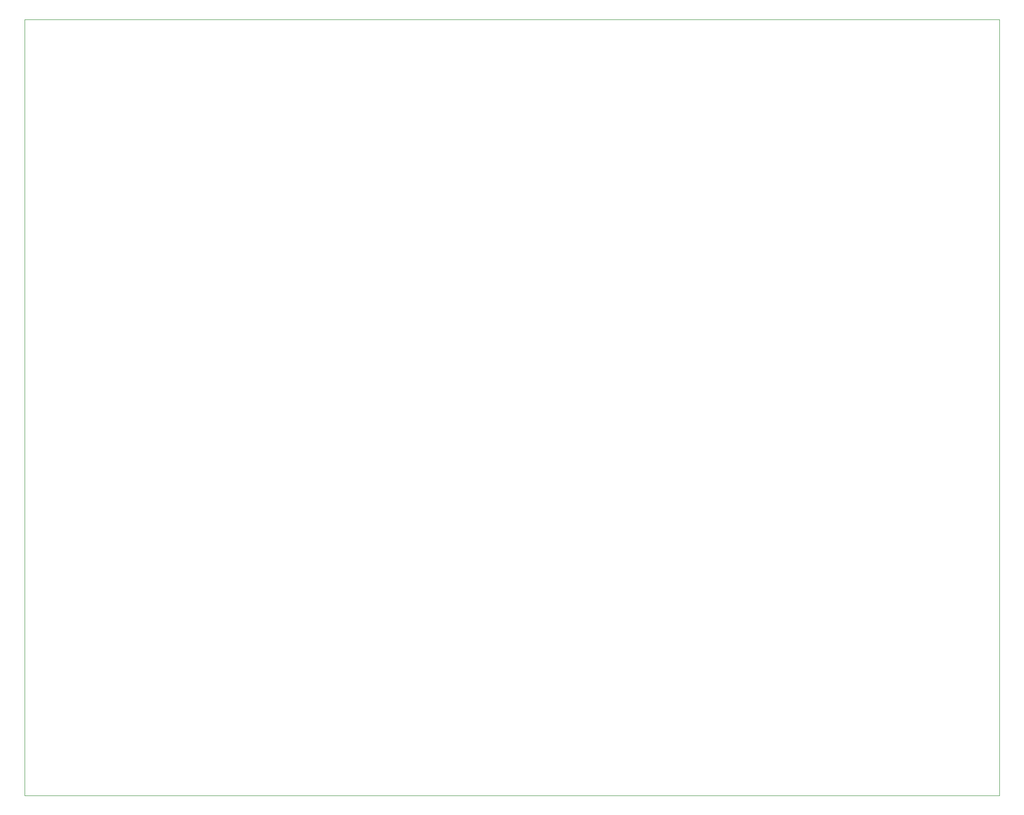
<source format=gbr>
%TF.GenerationSoftware,KiCad,Pcbnew,(6.0.10)*%
%TF.CreationDate,2023-02-06T13:07:10-03:00*%
%TF.ProjectId,JMP_SYSTEM,4a4d505f-5359-4535-9445-4d2e6b696361,rev?*%
%TF.SameCoordinates,Original*%
%TF.FileFunction,Profile,NP*%
%FSLAX46Y46*%
G04 Gerber Fmt 4.6, Leading zero omitted, Abs format (unit mm)*
G04 Created by KiCad (PCBNEW (6.0.10)) date 2023-02-06 13:07:10*
%MOMM*%
%LPD*%
G01*
G04 APERTURE LIST*
%TA.AperFunction,Profile*%
%ADD10C,0.100000*%
%TD*%
G04 APERTURE END LIST*
D10*
X-245425600Y-20193000D02*
X-67716400Y-20193000D01*
X-67716400Y-20193000D02*
X-67716400Y-161798000D01*
X-67716400Y-161798000D02*
X-245425600Y-161798000D01*
X-245425600Y-161798000D02*
X-245425600Y-20193000D01*
M02*

</source>
